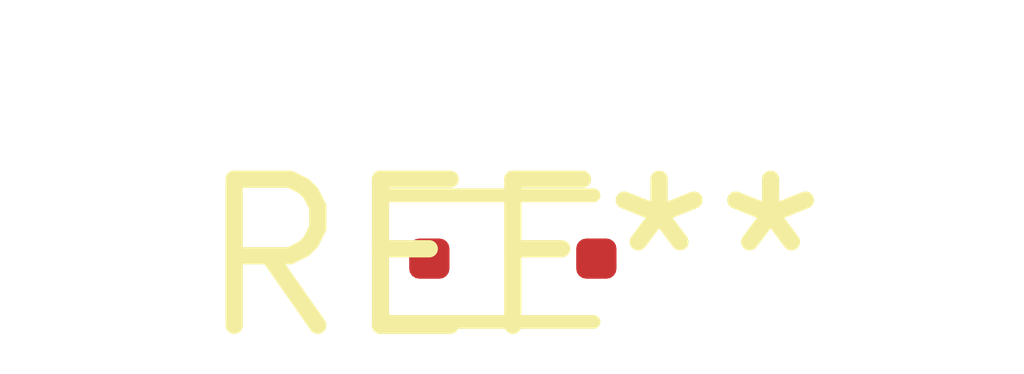
<source format=kicad_pcb>
(kicad_pcb (version 20240108) (generator pcbnew)
  (layers (0 "F.Cu" signal) (31 "B.Cu" signal) (34 "B.Paste" user) (35 "F.Paste" user) (36 "B.SilkS" user "B.Silkscreen") (37 "F.SilkS" user "F.Silkscreen") (38 "B.Mask" user) (39 "F.Mask" user) (44 "Edge.Cuts" user))
  (net 0 "")
  (footprint "D_SC-80" (layer "F.Cu") (at 0 0)
    (property "Reference" "REF**")
    (property "Value" "D_SC-80")
    (fp_line (start -1.16 -0.55) (end -1.16 0.55) (layer "F.SilkS") (stroke (width 0.12)))
    (fp_line (start -1.16 0.55) (end 0.7 0.55) (layer "F.SilkS") (stroke (width 0.12)))
    (fp_line (start 0.7 -0.55) (end -1.16 -0.55) (layer "F.SilkS") (stroke (width 0.12)))
    (pad "1" smd roundrect (at -0.725 0) (size 0.35 0.35) (layers "F.Cu" "F.Paste" "F.Mask"))
    (pad "2" smd roundrect (at 0.725 0) (size 0.35 0.35) (layers "F.Cu" "F.Paste" "F.Mask"))
  )
)
</source>
